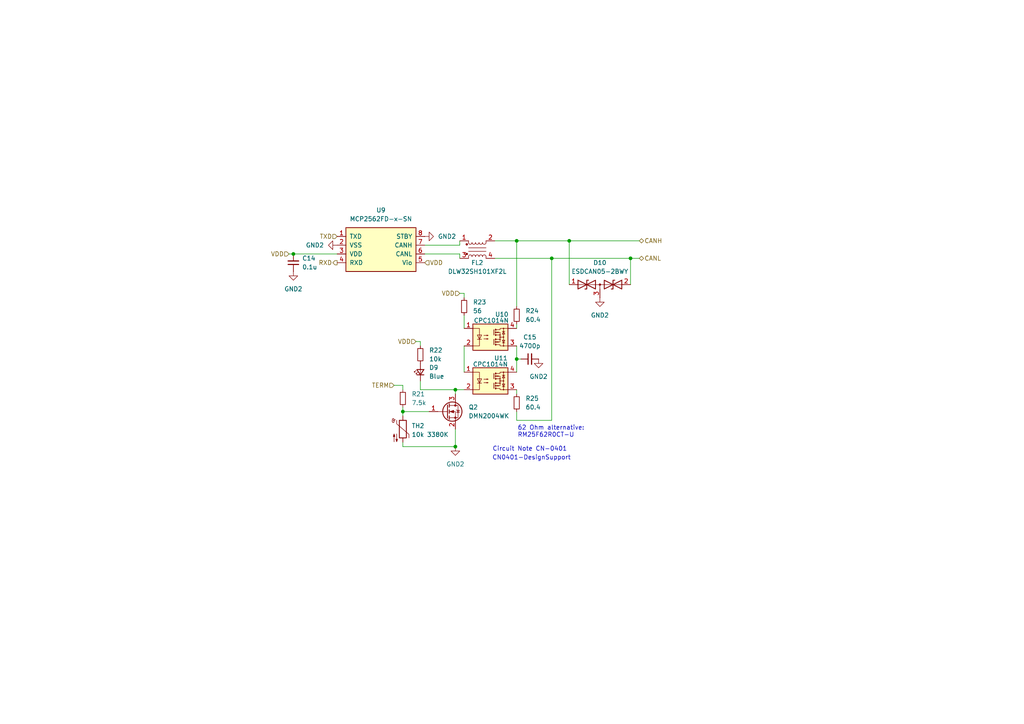
<source format=kicad_sch>
(kicad_sch (version 20231120) (generator "eeschema") (generator_version "8.0")
  (paper "A4")
  (title_block (title "CAN-FD Transceiver"))
  (lib_symbols
    (symbol "Device:C_Small" (pin_numbers hide) (pin_names (offset 0.254) hide)
      (property "Reference" "C" (at 0.254 1.778 0))
      (property "Value" "C_Small" (at 0.254 -2.032 0))
      (symbol "C_Small_0_1"
        (polyline (pts (xy -1.524 -0.508) (xy 1.524 -0.508)) (stroke (width 0.3302)))
        (polyline (pts (xy -1.524 0.508) (xy 1.524 0.508)) (stroke (width 0.3048)))
      )
      (symbol "C_Small_1_1"
        (pin passive line (at 0 2.54 270) (length 2.032) (name "~") (number "1"))
        (pin passive line (at 0 -2.54 90) (length 2.032) (name "~") (number "2"))
      )
    )
    (symbol "Device:D_TVS_Dual_AAC" (pin_names (offset 1.016) hide)
      (property "Reference" "D" (at 0 4.445 0))
      (property "Value" "D_TVS_Dual_AAC" (at 0 2.54 0))
      (symbol "D_TVS_Dual_AAC_0_0"
        (polyline (pts (xy 0 -1.27) (xy 0 0)))
      )
      (symbol "D_TVS_Dual_AAC_0_1"
        (polyline (pts (xy -6.35 0) (xy 6.35 0)))
        (polyline (pts (xy -3.302 1.27) (xy -3.81 1.27) (xy -3.81 -1.27) (xy -4.318 -1.27)) (stroke (width 0.254)))
        (polyline (pts (xy 4.318 1.27) (xy 3.81 1.27) (xy 3.81 -1.27) (xy 3.302 -1.27)) (stroke (width 0.254)))
        (polyline (pts (xy -6.35 1.27) (xy -1.27 -1.27) (xy -1.27 1.27) (xy -6.35 -1.27) (xy -6.35 1.27)) (stroke (width 0.254)))
        (polyline (pts (xy 6.35 1.27) (xy 1.27 -1.27) (xy 1.27 1.27) (xy 6.35 -1.27) (xy 6.35 1.27)) (stroke (width 0.254)))
        (circle (center 0 0) (radius 0.254) (fill (type outline)))
      )
      (symbol "D_TVS_Dual_AAC_1_1"
        (pin passive line (at -8.89 0 0) (length 2.54) (name "A1") (number "1"))
        (pin passive line (at 8.89 0 180) (length 2.54) (name "A2") (number "2"))
        (pin passive line (at 0 -3.81 90) (length 2.54) (name "common") (number "3"))
      )
    )
    (symbol "Device:Filter_EMI_CommonMode" (pin_names (offset 0.254) hide)
      (property "Reference" "FL" (at 0 4.445 0))
      (property "Value" "Filter_EMI_CommonMode" (at 0 -4.445 0))
      (symbol "Filter_EMI_CommonMode_0_1"
        (circle (center -3.048 -1.27) (radius 0.254) (fill (type outline)))
        (circle (center -3.048 1.524) (radius 0.254) (fill (type outline)))
        (arc (start -2.54 2.032) (mid -2.032 1.5262) (end -1.524 2.032))
        (arc (start -1.524 -2.032) (mid -2.032 -1.5262) (end -2.54 -2.032))
        (arc (start -1.524 2.032) (mid -1.016 1.5262) (end -0.508 2.032))
        (arc (start -0.508 -2.032) (mid -1.016 -1.5262) (end -1.524 -2.032))
        (arc (start -0.508 2.032) (mid 0 1.5262) (end 0.508 2.032))
        (polyline (pts (xy -2.54 -2.032) (xy -2.54 -2.54)))
        (polyline (pts (xy -2.54 0.508) (xy 2.54 0.508)))
        (polyline (pts (xy -2.54 2.032) (xy -2.54 2.54)))
        (polyline (pts (xy 2.54 -2.032) (xy 2.54 -2.54)))
        (polyline (pts (xy 2.54 -0.508) (xy -2.54 -0.508)))
        (polyline (pts (xy 2.54 2.54) (xy 2.54 2.032)))
        (arc (start 0.508 -2.032) (mid 0 -1.5262) (end -0.508 -2.032))
        (arc (start 0.508 2.032) (mid 1.016 1.5262) (end 1.524 2.032))
        (arc (start 1.524 -2.032) (mid 1.016 -1.5262) (end 0.508 -2.032))
        (arc (start 1.524 2.032) (mid 2.032 1.5262) (end 2.54 2.032))
        (arc (start 2.54 -2.032) (mid 2.032 -1.5262) (end 1.524 -2.032))
      )
      (symbol "Filter_EMI_CommonMode_1_1"
        (pin passive line (at -5.08 2.54 0) (length 2.54) (name "1") (number "1"))
        (pin passive line (at 5.08 2.54 180) (length 2.54) (name "2") (number "2"))
        (pin passive line (at -5.08 -2.54 0) (length 2.54) (name "3") (number "3"))
        (pin passive line (at 5.08 -2.54 180) (length 2.54) (name "4") (number "4"))
      )
    )
    (symbol "Device:LED_Small" (pin_numbers hide) (pin_names (offset 0.254) hide)
      (property "Reference" "D" (at -1.27 3.175 0))
      (property "Value" "LED_Small" (at -4.445 -2.54 0))
      (symbol "LED_Small_0_1"
        (polyline (pts (xy -0.762 -1.016) (xy -0.762 1.016)) (stroke (width 0.254)))
        (polyline (pts (xy 1.016 0) (xy -0.762 0)))
        (polyline (pts (xy 0.762 -1.016) (xy -0.762 0) (xy 0.762 1.016) (xy 0.762 -1.016)) (stroke (width 0.254)))
        (polyline (pts (xy 0 0.762) (xy -0.508 1.27) (xy -0.254 1.27) (xy -0.508 1.27) (xy -0.508 1.016)))
        (polyline (pts (xy 0.508 1.27) (xy 0 1.778) (xy 0.254 1.778) (xy 0 1.778) (xy 0 1.524)))
      )
      (symbol "LED_Small_1_1"
        (pin passive line (at -2.54 0 0) (length 1.778) (name "K") (number "1"))
        (pin passive line (at 2.54 0 180) (length 1.778) (name "A") (number "2"))
      )
    )
    (symbol "Device:Q_NMOS_GSD" (pin_names (offset 0) hide)
      (property "Reference" "Q" (at 5.08 1.27 0))
      (property "Value" "Q_NMOS_GSD" (at 5.08 -1.27 0))
      (symbol "Q_NMOS_GSD_0_1"
        (polyline (pts (xy 0.254 0) (xy -2.54 0)))
        (polyline (pts (xy 0.254 1.905) (xy 0.254 -1.905)) (stroke (width 0.254)))
        (polyline (pts (xy 0.762 -1.27) (xy 0.762 -2.286)) (stroke (width 0.254)))
        (polyline (pts (xy 0.762 0.508) (xy 0.762 -0.508)) (stroke (width 0.254)))
        (polyline (pts (xy 0.762 2.286) (xy 0.762 1.27)) (stroke (width 0.254)))
        (polyline (pts (xy 2.54 2.54) (xy 2.54 1.778)))
        (polyline (pts (xy 2.54 -2.54) (xy 2.54 0) (xy 0.762 0)))
        (polyline (pts (xy 0.762 -1.778) (xy 3.302 -1.778) (xy 3.302 1.778) (xy 0.762 1.778)))
        (polyline (pts (xy 1.016 0) (xy 2.032 0.381) (xy 2.032 -0.381) (xy 1.016 0)) (fill (type outline)))
        (polyline (pts (xy 2.794 0.508) (xy 2.921 0.381) (xy 3.683 0.381) (xy 3.81 0.254)))
        (polyline (pts (xy 3.302 0.381) (xy 2.921 -0.254) (xy 3.683 -0.254) (xy 3.302 0.381)))
        (circle (center 1.651 0) (radius 2.794) (stroke (width 0.254)))
        (circle (center 2.54 -1.778) (radius 0.254) (fill (type outline)))
        (circle (center 2.54 1.778) (radius 0.254) (fill (type outline)))
      )
      (symbol "Q_NMOS_GSD_1_1"
        (pin input line (at -5.08 0 0) (length 2.54) (name "G") (number "1"))
        (pin passive line (at 2.54 -5.08 90) (length 2.54) (name "S") (number "2"))
        (pin passive line (at 2.54 5.08 270) (length 2.54) (name "D") (number "3"))
      )
    )
    (symbol "Device:R_Small" (pin_numbers hide) (pin_names (offset 0.254) hide)
      (property "Reference" "R" (at 0.762 0.508 0))
      (property "Value" "R_Small" (at 0.762 -1.016 0))
      (symbol "R_Small_0_1"
        (rectangle (start -0.762 1.778) (end 0.762 -1.778) (stroke (width 0.2032)))
      )
      (symbol "R_Small_1_1"
        (pin passive line (at 0 2.54 270) (length 0.762) (name "~") (number "1"))
        (pin passive line (at 0 -2.54 90) (length 0.762) (name "~") (number "2"))
      )
    )
    (symbol "Device:Thermistor_NTC" (pin_numbers hide) (pin_names (offset 0))
      (property "Reference" "TH" (at -4.445 0 90))
      (property "Value" "Thermistor_NTC" (at 3.175 0 90))
      (symbol "Thermistor_NTC_0_1"
        (arc (start -3.048 2.159) (mid -3.0495 2.3143) (end -3.175 2.413))
        (arc (start -3.048 2.159) (mid -2.9736 1.9794) (end -2.794 1.905))
        (arc (start -3.048 2.794) (mid -2.9736 2.6144) (end -2.794 2.54))
        (arc (start -2.794 1.905) (mid -2.6144 1.9794) (end -2.54 2.159))
        (arc (start -2.794 2.54) (mid -2.4393 2.5587) (end -2.159 2.794))
        (arc (start -2.794 3.048) (mid -2.9736 2.9736) (end -3.048 2.794))
        (arc (start -2.54 2.794) (mid -2.6144 2.9736) (end -2.794 3.048))
        (rectangle (start -1.016 2.54) (end 1.016 -2.54) (stroke (width 0.254)))
        (polyline (pts (xy -2.54 2.159) (xy -2.54 2.794)))
        (polyline (pts (xy -1.778 2.54) (xy -1.778 1.524) (xy 1.778 -1.524) (xy 1.778 -2.54)))
        (polyline (pts (xy -2.54 -3.683) (xy -2.54 -1.397) (xy -2.794 -2.159) (xy -2.286 -2.159) (xy -2.54 -1.397) (xy -2.54 -1.651)) (fill (type outline)))
        (polyline (pts (xy -1.778 -1.397) (xy -1.778 -3.683) (xy -2.032 -2.921) (xy -1.524 -2.921) (xy -1.778 -3.683) (xy -1.778 -3.429)) (fill (type outline)))
      )
      (symbol "Thermistor_NTC_1_1"
        (pin passive line (at 0 3.81 270) (length 1.27) (name "~") (number "1"))
        (pin passive line (at 0 -3.81 90) (length 1.27) (name "~") (number "2"))
      )
    )
    (symbol "bao-lib:CPC1014N"
      (property "Reference" "U" (at -5.08 5.08 0))
      (property "Value" "CPC1014N" (at 0 5.08 0))
      (symbol "CPC1014N_0_1"
        (rectangle (start -5.08 3.81) (end 5.08 -3.81) (stroke (width 0.254)) (fill (type background)))
        (polyline (pts (xy -3.81 -0.635) (xy -2.54 -0.635)))
        (polyline (pts (xy 1.016 -0.635) (xy 1.016 -2.159)) (stroke (width 0.2032)))
        (polyline (pts (xy 1.016 2.159) (xy 1.016 0.635)) (stroke (width 0.2032)))
        (polyline (pts (xy 1.524 -0.508) (xy 1.524 -0.762)) (stroke (width 0.3556)))
        (polyline (pts (xy 2.794 0) (xy 3.81 0)))
        (polyline (pts (xy 3.429 -1.651) (xy 4.191 -1.651)))
        (polyline (pts (xy 3.429 1.651) (xy 4.191 1.651)))
        (polyline (pts (xy 3.81 -2.54) (xy 3.81 2.54)))
        (polyline (pts (xy 1.524 -2.032) (xy 1.524 -2.286) (xy 1.524 -2.286)) (stroke (width 0.3556)))
        (polyline (pts (xy 1.524 -1.27) (xy 1.524 -1.524) (xy 1.524 -1.524)) (stroke (width 0.3556)))
        (polyline (pts (xy 1.524 0.762) (xy 1.524 0.508) (xy 1.524 0.508)) (stroke (width 0.3556)))
        (polyline (pts (xy 1.524 1.524) (xy 1.524 1.27) (xy 1.524 1.27)) (stroke (width 0.3556)))
        (polyline (pts (xy 1.524 2.286) (xy 1.524 2.032) (xy 1.524 2.032)) (stroke (width 0.3556)))
        (polyline (pts (xy 1.651 -1.397) (xy 2.794 -1.397) (xy 2.794 -0.635)))
        (polyline (pts (xy 1.651 1.397) (xy 2.794 1.397) (xy 2.794 0.635)))
        (polyline (pts (xy -5.08 2.54) (xy -3.175 2.54) (xy -3.175 -2.54) (xy -5.08 -2.54)))
        (polyline (pts (xy -3.175 -0.635) (xy -3.81 0.635) (xy -2.54 0.635) (xy -3.175 -0.635)))
        (polyline (pts (xy 1.651 -2.159) (xy 2.794 -2.159) (xy 2.794 -2.54) (xy 5.08 -2.54)))
        (polyline (pts (xy 1.651 -0.635) (xy 2.794 -0.635) (xy 2.794 0.635) (xy 1.651 0.635)))
        (polyline (pts (xy 1.651 2.159) (xy 2.794 2.159) (xy 2.794 2.54) (xy 5.08 2.54)))
        (polyline (pts (xy 1.778 -1.397) (xy 2.286 -1.27) (xy 2.286 -1.524) (xy 1.778 -1.397)))
        (polyline (pts (xy 1.778 1.397) (xy 2.286 1.524) (xy 2.286 1.27) (xy 1.778 1.397)))
        (polyline (pts (xy 3.81 -1.651) (xy 3.429 -0.889) (xy 4.191 -0.889) (xy 3.81 -1.651)))
        (polyline (pts (xy 3.81 1.651) (xy 3.429 0.889) (xy 4.191 0.889) (xy 3.81 1.651)))
        (polyline (pts (xy -1.905 -0.508) (xy -0.635 -0.508) (xy -1.016 -0.635) (xy -1.016 -0.381) (xy -0.635 -0.508)))
        (polyline (pts (xy -1.905 0.508) (xy -0.635 0.508) (xy -1.016 0.381) (xy -1.016 0.635) (xy -0.635 0.508)))
        (circle (center 2.794 -0.635) (radius 0.127))
        (circle (center 2.794 0) (radius 0.127))
        (circle (center 2.794 0.635) (radius 0.127))
        (circle (center 3.81 -2.54) (radius 0.127))
        (circle (center 3.81 0) (radius 0.127))
        (circle (center 3.81 2.54) (radius 0.127))
      )
      (symbol "CPC1014N_1_1"
        (pin passive line (at -7.62 2.54 0) (length 2.54) (name "~") (number "1"))
        (pin passive line (at -7.62 -2.54 0) (length 2.54) (name "~") (number "2"))
        (pin passive line (at 7.62 -2.54 180) (length 2.54) (name "~") (number "3"))
        (pin passive line (at 7.62 2.54 180) (length 2.54) (name "~") (number "4"))
      )
    )
    (symbol "bao-lib:MCP2562FD-x-SN" (pin_names (offset 1.016))
      (property "Reference" "U" (at -10.16 7.62 0))
      (property "Value" "MCP2562FD-x-SN" (at -4.826 7.62 0))
      (symbol "MCP2562FD-x-SN_0_1"
        (rectangle (start -10.16 6.35) (end 10.16 -6.35) (stroke (width 0.254)) (fill (type background)))
      )
      (symbol "MCP2562FD-x-SN_1_1"
        (pin input line (at -12.7 3.81 0) (length 2.54) (name "TXD") (number "1"))
        (pin power_in line (at -12.7 1.27 0) (length 2.54) (name "VSS") (number "2"))
        (pin power_in line (at -12.7 -1.27 0) (length 2.54) (name "VDD") (number "3"))
        (pin output line (at -12.7 -3.81 0) (length 2.54) (name "RXD") (number "4"))
        (pin power_in line (at 12.7 -3.81 180) (length 2.54) (name "Vio") (number "5"))
        (pin bidirectional line (at 12.7 -1.27 180) (length 2.54) (name "CANL") (number "6"))
        (pin bidirectional line (at 12.7 1.27 180) (length 2.54) (name "CANH") (number "7"))
        (pin input line (at 12.7 3.81 180) (length 2.54) (name "STBY") (number "8"))
      )
    )
    (symbol "power:GND1" (power) (pin_numbers hide) (pin_names (offset 0) hide)
      (property "Value" "GND1" (at 0 -3.81 0))
      (symbol "GND1_0_1"
        (polyline (pts (xy 0 0) (xy 0 -1.27) (xy 1.27 -1.27) (xy 0 -2.54) (xy -1.27 -1.27) (xy 0 -1.27)))
      )
      (symbol "GND1_1_1"
        (pin power_in line (at 0 0 270) (length 0) (name "~") (number "1"))
      )
    )
    (symbol "power:GND2" (power) (pin_numbers hide) (pin_names (offset 0) hide)
      (property "Value" "GND2" (at 0 -3.81 0))
      (symbol "GND2_0_1"
        (polyline (pts (xy 0 0) (xy 0 -1.27) (xy 1.27 -1.27) (xy 0 -2.54) (xy -1.27 -1.27) (xy 0 -1.27)))
      )
      (symbol "GND2_1_1"
        (pin power_in line (at 0 0 270) (length 0) (name "~") (number "1"))
      )
    )
  )
  (junction (at 132.08 129.54))
  (junction (at 165.1 69.85))
  (junction (at 182.88 74.93))
  (junction (at 116.84 119.38))
  (junction (at 149.86 104.14))
  (junction (at 149.86 69.85))
  (junction (at 132.08 113.03))
  (junction (at 160.02 74.93))
  (junction (at 85.09 73.66))
  (wire (pts (xy 120.65 99.06) (xy 121.92 99.06)))
  (wire (pts (xy 132.08 124.46) (xy 132.08 129.54)))
  (wire (pts (xy 132.08 113.03) (xy 134.62 113.03)))
  (wire (pts (xy 123.19 73.66) (xy 133.35 73.66)))
  (wire (pts (xy 116.84 118.11) (xy 116.84 119.38)))
  (wire (pts (xy 165.1 69.85) (xy 185.42 69.85)))
  (wire (pts (xy 149.86 69.85) (xy 165.1 69.85)))
  (wire (pts (xy 149.86 104.14) (xy 149.86 107.95)))
  (wire (pts (xy 149.86 100.33) (xy 149.86 104.14)))
  (wire (pts (xy 149.86 69.85) (xy 149.86 88.9)))
  (wire (pts (xy 134.62 91.44) (xy 134.62 95.25)))
  (wire (pts (xy 116.84 119.38) (xy 116.84 120.65)))
  (wire (pts (xy 123.19 71.12) (xy 133.35 71.12)))
  (wire (pts (xy 143.51 74.93) (xy 160.02 74.93)))
  (wire (pts (xy 182.88 74.93) (xy 182.88 82.55)))
  (wire (pts (xy 116.84 129.54) (xy 132.08 129.54)))
  (wire (pts (xy 83.82 73.66) (xy 85.09 73.66)))
  (wire (pts (xy 149.86 121.92) (xy 160.02 121.92)))
  (wire (pts (xy 149.86 119.38) (xy 149.86 121.92)))
  (wire (pts (xy 165.1 69.85) (xy 165.1 82.55)))
  (wire (pts (xy 134.62 85.09) (xy 134.62 86.36)))
  (wire (pts (xy 143.51 69.85) (xy 149.86 69.85)))
  (wire (pts (xy 114.3 111.76) (xy 116.84 111.76)))
  (wire (pts (xy 149.86 114.3) (xy 149.86 113.03)))
  (wire (pts (xy 121.92 113.03) (xy 132.08 113.03)))
  (wire (pts (xy 121.92 99.06) (xy 121.92 100.33)))
  (wire (pts (xy 85.09 73.66) (xy 97.79 73.66)))
  (wire (pts (xy 160.02 74.93) (xy 182.88 74.93)))
  (wire (pts (xy 116.84 111.76) (xy 116.84 113.03)))
  (wire (pts (xy 149.86 104.14) (xy 151.13 104.14)))
  (wire (pts (xy 116.84 128.27) (xy 116.84 129.54)))
  (wire (pts (xy 160.02 74.93) (xy 160.02 121.92)))
  (wire (pts (xy 149.86 93.98) (xy 149.86 95.25)))
  (wire (pts (xy 134.62 100.33) (xy 134.62 107.95)))
  (wire (pts (xy 133.35 73.66) (xy 133.35 74.93)))
  (wire (pts (xy 133.35 85.09) (xy 134.62 85.09)))
  (wire (pts (xy 116.84 119.38) (xy 124.46 119.38)))
  (wire (pts (xy 133.35 69.85) (xy 133.35 71.12)))
  (wire (pts (xy 121.92 110.49) (xy 121.92 113.03)))
  (wire (pts (xy 132.08 113.03) (xy 132.08 114.3)))
  (wire (pts (xy 182.88 74.93) (xy 185.42 74.93)))
  (text "CN0401-DesignSupport" (at 154.178 132.842 0) (effects (font (size 1.27 1.27))))
  (text "62 Ohm alternative:\nRM25F62R0CT-U" (at 150.114 125.222 0) (effects (font (size 1.27 1.27)) (justify left)))
  (text "Circuit Note CN-0401" (at 153.67 130.302 0) (effects (font (size 1.27 1.27))))
  (hierarchical_label "RXD" (shape output) (at 97.79 76.2 180))
  (hierarchical_label "VDD" (shape input) (at 133.35 85.09 180))
  (hierarchical_label "TERM" (shape input) (at 114.3 111.76 180))
  (hierarchical_label "VDD" (shape input) (at 83.82 73.66 180))
  (hierarchical_label "VDD" (shape input) (at 123.19 76.2 0))
  (hierarchical_label "CANL" (shape bidirectional) (at 185.42 74.93 0))
  (hierarchical_label "TXD" (shape input) (at 97.79 68.58 180))
  (hierarchical_label "VDD" (shape input) (at 120.65 99.06 180))
  (hierarchical_label "CANH" (shape bidirectional) (at 185.42 69.85 0))
  (symbol (lib_id "bao-lib:CPC1014N") (at 142.24 110.49 0) (unit 1)
    (property "Reference" "U11" (at 145.288 103.886 0))
    (property "Value" "CPC1014N" (at 142.24 105.664 0))
    (property "Footprint" "Package_SO:SOP-4_3.8x4.1mm_P2.54mm" (effects (hide yes)))
    (property "Datasheet" "https://www.littelfuse.com/assetdocs/littelfuse-integrated-circuits-cpc1014n-datasheet?assetguid=f8c29b23-94fc-4306-8fcd-2632e2f7140d" (effects (hide yes)))
    (property "Description" "Form A, Solid State Relay (Photo MOSFET) 60V, 0.4A, 2Ohm, SO-4" (effects (hide yes)))
    (instances (project "cantata" (path "" (reference "U11") (unit 1)) (path "" (reference "U7") (unit 1))))
  )
  (symbol (lib_id "Device:R_Small") (at 149.86 116.84 0) (unit 1)
    (property "Reference" "R25" (at 152.4 115.5699 0) (effects (justify left)))
    (property "Value" "60.4" (at 152.4 118.1099 0) (effects (justify left)))
    (property "Footprint" "Resistor_SMD:R_2512_6332Metric" (effects (hide yes)))
    (property "Description" "Resistor, small symbol" (effects (hide yes)))
    (property "MPN" "3504G3A60R4FTDF" (effects (hide yes)))
    (instances (project "cantata" (path "" (reference "R25") (unit 1)) (path "" (reference "R16") (unit 1))))
  )
  (symbol (lib_id "Device:R_Small") (at 121.92 102.87 0) (unit 1)
    (property "Reference" "R22" (at 124.46 101.5999 0) (effects (justify left)))
    (property "Value" "10k" (at 124.46 104.1399 0) (effects (justify left)))
    (property "Footprint" "Resistor_SMD:R_0603_1608Metric" (effects (hide yes)))
    (property "Description" "Resistor, small symbol" (effects (hide yes)))
    (property "MPN" "560112116005" (effects (hide yes)))
    (instances (project "cantata" (path "" (reference "R22") (unit 1)) (path "" (reference "R13") (unit 1))))
  )
  (symbol (lib_id "Device:R_Small") (at 116.84 115.57 0) (unit 1)
    (property "Reference" "R21" (at 119.38 114.2999 0) (effects (justify left)))
    (property "Value" "7.5k" (at 119.38 116.8399 0) (effects (justify left)))
    (property "Footprint" "Resistor_SMD:R_0603_1608Metric" (effects (hide yes)))
    (property "Description" "Resistor, small symbol" (effects (hide yes)))
    (property "MPN" "560112116005" (effects (hide yes)))
    (instances (project "cantata" (path "" (reference "R21") (unit 1)) (path "" (reference "R12") (unit 1))))
  )
  (symbol (lib_id "Device:Filter_EMI_CommonMode") (at 138.43 72.39 0) (unit 1)
    (property "Reference" "FL2" (at 138.43 76.2 0))
    (property "Value" "DLW32SH101XF2L" (at 138.43 78.74 0))
    (property "Footprint" "bao-lib:DLW32SH101XF2L" (effects (hide yes)))
    (property "Description" "100 µH @ 100 kHz 2 Line Common Mode Choke Surface Mount 115mA DCR 2.1Ohm" (effects (hide yes)))
    (instances (project "cantata" (path "" (reference "FL2") (unit 1)) (path "" (reference "FL1") (unit 1))))
  )
  (symbol (lib_id "Device:R_Small") (at 134.62 88.9 0) (unit 1)
    (property "Reference" "R23" (at 137.16 87.6299 0) (effects (justify left)))
    (property "Value" "56" (at 137.16 90.1699 0) (effects (justify left)))
    (property "Footprint" "Resistor_SMD:R_1206_3216Metric" (effects (hide yes)))
    (property "Description" "Resistor, small symbol" (effects (hide yes)))
    (property "MPN" "RC1206FR-0756RL" (effects (hide yes)))
    (instances (project "cantata" (path "" (reference "R23") (unit 1)) (path "" (reference "R14") (unit 1))))
  )
  (symbol (lib_id "power:GND1") (at 97.79 71.12 270) (unit 1)
    (property "Reference" "#PWR058" (effects (hide yes)))
    (property "Value" "GND2" (at 93.98 71.1199 90) (effects (justify right)))
    (property "Description" "Power symbol creates a global label with name \"GND1\" , ground" (effects (hide yes)))
    (instances (project "cantata" (path "" (reference "#PWR058") (unit 1)) (path "" (reference "#PWR046") (unit 1))))
  )
  (symbol (lib_id "Device:Thermistor_NTC") (at 116.84 124.46 0) (unit 1)
    (property "Reference" "TH2" (at 119.38 123.5074 0) (effects (justify left)))
    (property "Value" "10k 3380K" (at 119.38 126.0474 0) (effects (justify left)))
    (property "Footprint" "Resistor_SMD:R_0603_1608Metric" (effects (hide yes)))
    (property "Description" "Temperature dependent resistor, negative temperature coefficient" (effects (hide yes)))
    (property "MPN" "NCU18XH103F6SRB" (effects (hide yes)))
    (instances (project "" (path "" (reference "TH2") (unit 1)) (path "" (reference "TH1") (unit 1))))
  )
  (symbol (lib_id "bao-lib:CPC1014N") (at 142.24 97.79 0) (unit 1)
    (property "Reference" "U10" (at 145.542 91.186 0))
    (property "Value" "CPC1014N" (at 142.494 92.964 0))
    (property "Footprint" "Package_SO:SOP-4_3.8x4.1mm_P2.54mm" (effects (hide yes)))
    (property "Datasheet" "https://www.littelfuse.com/assetdocs/littelfuse-integrated-circuits-cpc1014n-datasheet?assetguid=f8c29b23-94fc-4306-8fcd-2632e2f7140d" (effects (hide yes)))
    (property "Description" "Form A, Solid State Relay (Photo MOSFET) 60V, 0.4A, 2Ohm, SO-4" (effects (hide yes)))
    (instances (project "" (path "" (reference "U10") (unit 1)) (path "" (reference "U6") (unit 1))))
  )
  (symbol (lib_id "power:GND1") (at 132.08 129.54 0) (unit 1)
    (property "Reference" "#PWR060" (effects (hide yes)))
    (property "Value" "GND2" (at 132.08 134.62 0))
    (property "Description" "Power symbol creates a global label with name \"GND1\" , ground" (effects (hide yes)))
    (instances (project "cantata" (path "" (reference "#PWR060") (unit 1)) (path "" (reference "#PWR048") (unit 1))))
  )
  (symbol (lib_id "Device:D_TVS_Dual_AAC") (at 173.99 82.55 0) (unit 1)
    (property "Reference" "D10" (at 173.99 76.2 0))
    (property "Value" "ESDCAN05-2BWY" (at 173.99 78.74 0))
    (property "Footprint" "Package_TO_SOT_SMD:SOT-323_SC-70" (effects (hide yes)))
    (property "Description" "61V Clamp 3A (8/20µs) Ipp Tvs Diode Surface Mount SOT-323-3" (effects (hide yes)))
    (instances (project "cantata" (path "" (reference "D10") (unit 1)) (path "" (reference "D7") (unit 1))))
  )
  (symbol (lib_id "power:GND1") (at 123.19 68.58 90) (unit 1)
    (property "Reference" "#PWR059" (effects (hide yes)))
    (property "Value" "GND2" (at 127 68.5799 90) (effects (justify right)))
    (property "Description" "Power symbol creates a global label with name \"GND1\" , ground" (effects (hide yes)))
    (instances (project "cantata" (path "" (reference "#PWR059") (unit 1)) (path "" (reference "#PWR047") (unit 1))))
  )
  (symbol (lib_id "Device:Q_NMOS_GSD") (at 129.54 119.38 0) (unit 1)
    (property "Reference" "Q2" (at 135.89 118.1099 0) (effects (justify left)))
    (property "Value" "DMN2004WK" (at 135.89 120.6499 0) (effects (justify left)))
    (property "Footprint" "Package_TO_SOT_SMD:SOT-323_SC-70" (effects (hide yes)))
    (property "Description" "N-MOSFET transistor, gate/source/drain" (effects (hide yes)))
    (instances (project "" (path "" (reference "Q2") (unit 1)) (path "" (reference "Q1") (unit 1))))
  )
  (symbol (lib_id "power:GND1") (at 173.99 86.36 0) (unit 1)
    (property "Reference" "#PWR062" (effects (hide yes)))
    (property "Value" "GND2" (at 173.99 91.44 0))
    (property "Description" "Power symbol creates a global label with name \"GND1\" , ground" (effects (hide yes)))
    (instances (project "cantata" (path "" (reference "#PWR062") (unit 1)) (path "" (reference "#PWR050") (unit 1))))
  )
  (symbol (lib_id "Device:R_Small") (at 149.86 91.44 0) (unit 1)
    (property "Reference" "R24" (at 152.4 90.1699 0) (effects (justify left)))
    (property "Value" "60.4" (at 152.4 92.7099 0) (effects (justify left)))
    (property "Footprint" "Resistor_SMD:R_2512_6332Metric" (effects (hide yes)))
    (property "Description" "Resistor, small symbol" (effects (hide yes)))
    (property "MPN" "3504G3A60R4FTDF" (effects (hide yes)))
    (instances (project "cantata" (path "" (reference "R24") (unit 1)) (path "" (reference "R15") (unit 1))))
  )
  (symbol (lib_id "power:GND2") (at 156.21 104.14 0) (unit 1)
    (property "Reference" "#PWR061" (effects (hide yes)))
    (property "Value" "GND2" (at 156.21 109.22 0))
    (property "Description" "Power symbol creates a global label with name \"GND2\" , ground" (effects (hide yes)))
    (instances (project "cantata" (path "" (reference "#PWR061") (unit 1)) (path "" (reference "#PWR049") (unit 1))))
  )
  (symbol (lib_id "Device:LED_Small") (at 121.92 107.95 90) (unit 1)
    (property "Reference" "D9" (at 124.46 106.6164 90) (effects (justify right)))
    (property "Value" "Blue" (at 124.46 109.1564 90) (effects (justify right)))
    (property "Footprint" "LED_SMD:LED_0603_1608Metric" (effects (hide yes)))
    (property "Description" "Light emitting diode, small symbol" (effects (hide yes)))
    (property "MPN" "150060BS75000" (effects (hide yes)))
    (instances (project "cantata" (path "" (reference "D9") (unit 1)) (path "" (reference "D6") (unit 1))))
  )
  (symbol (lib_id "bao-lib:MCP2562FD-x-SN") (at 110.49 72.39 0) (unit 1)
    (property "Reference" "U9" (at 110.49 60.96 0))
    (property "Value" "MCP2562FD-x-SN" (at 110.49 63.5 0))
    (property "Footprint" "Package_SO:SOIC-8_3.9x4.9mm_P1.27mm" (effects (hide yes)))
    (property "Datasheet" "https://ww1.microchip.com/downloads/en/DeviceDoc/20005284A.pdf" (effects (hide yes)))
    (property "Description" "High-Speed CAN Flexible Data Rate Transceiver" (effects (hide yes)))
    (instances (project "" (path "" (reference "U9") (unit 1)) (path "" (reference "U5") (unit 1))))
  )
  (symbol (lib_id "Device:C_Small") (at 85.09 76.2 180) (unit 1)
    (property "Reference" "C14" (at 87.63 74.9235 0) (effects (justify right)))
    (property "Value" "0.1u" (at 87.63 77.4635 0) (effects (justify right)))
    (property "Footprint" "Capacitor_SMD:C_0603_1608Metric" (effects (hide yes)))
    (property "Description" "Unpolarized capacitor, small symbol" (effects (hide yes)))
    (property "MPN" "885012205018" (effects (hide yes)))
    (instances (project "cantata" (path "" (reference "C14") (unit 1)) (path "" (reference "C12") (unit 1))))
  )
  (symbol (lib_id "Device:C_Small") (at 153.67 104.14 90) (unit 1)
    (property "Reference" "C15" (at 153.6763 97.79 90))
    (property "Value" "4700p" (at 153.6763 100.33 90))
    (property "Footprint" "Capacitor_SMD:C_0805_2012Metric" (effects (hide yes)))
    (property "Description" "Unpolarized capacitor, small symbol" (effects (hide yes)))
    (property "MPN" "885012207090" (effects (hide yes)))
    (instances (project "cantata" (path "" (reference "C15") (unit 1)) (path "" (reference "C13") (unit 1))))
  )
  (symbol (lib_id "power:GND1") (at 85.09 78.74 0) (unit 1)
    (property "Reference" "#PWR057" (effects (hide yes)))
    (property "Value" "GND2" (at 85.09 83.82 0))
    (property "Description" "Power symbol creates a global label with name \"GND1\" , ground" (effects (hide yes)))
    (instances (project "cantata" (path "" (reference "#PWR057") (unit 1)) (path "" (reference "#PWR045") (unit 1))))
  )
)
</source>
